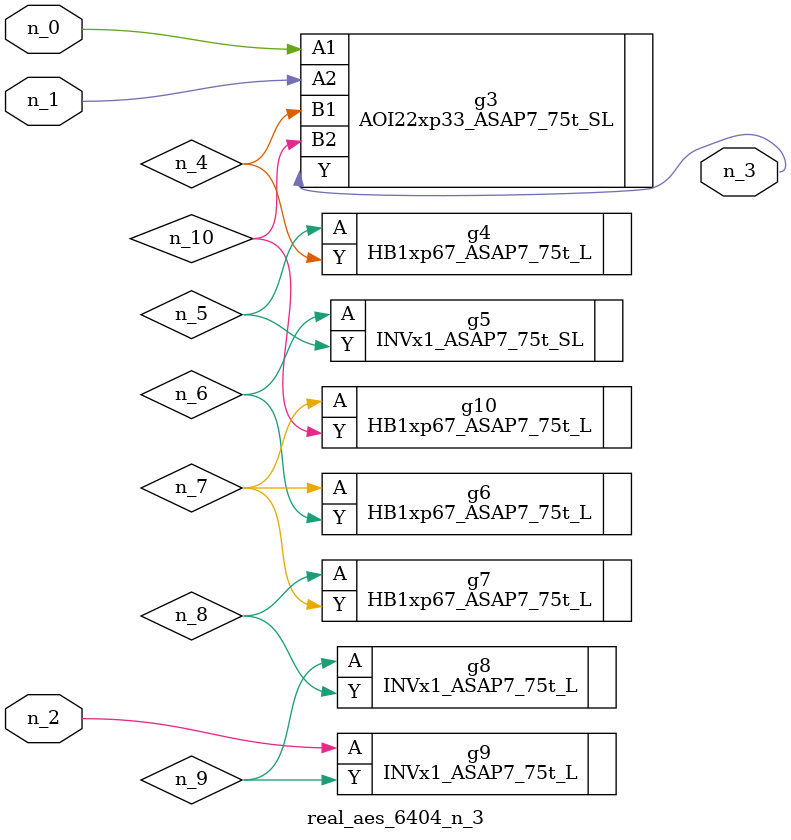
<source format=v>
module real_aes_6404_n_3 (n_0, n_2, n_1, n_3);
input n_0;
input n_2;
input n_1;
output n_3;
wire n_4;
wire n_5;
wire n_7;
wire n_8;
wire n_6;
wire n_9;
wire n_10;
AOI22xp33_ASAP7_75t_SL g3 ( .A1(n_0), .A2(n_1), .B1(n_4), .B2(n_10), .Y(n_3) );
INVx1_ASAP7_75t_L g9 ( .A(n_2), .Y(n_9) );
HB1xp67_ASAP7_75t_L g4 ( .A(n_5), .Y(n_4) );
INVx1_ASAP7_75t_SL g5 ( .A(n_6), .Y(n_5) );
HB1xp67_ASAP7_75t_L g6 ( .A(n_7), .Y(n_6) );
HB1xp67_ASAP7_75t_L g10 ( .A(n_7), .Y(n_10) );
HB1xp67_ASAP7_75t_L g7 ( .A(n_8), .Y(n_7) );
INVx1_ASAP7_75t_L g8 ( .A(n_9), .Y(n_8) );
endmodule
</source>
